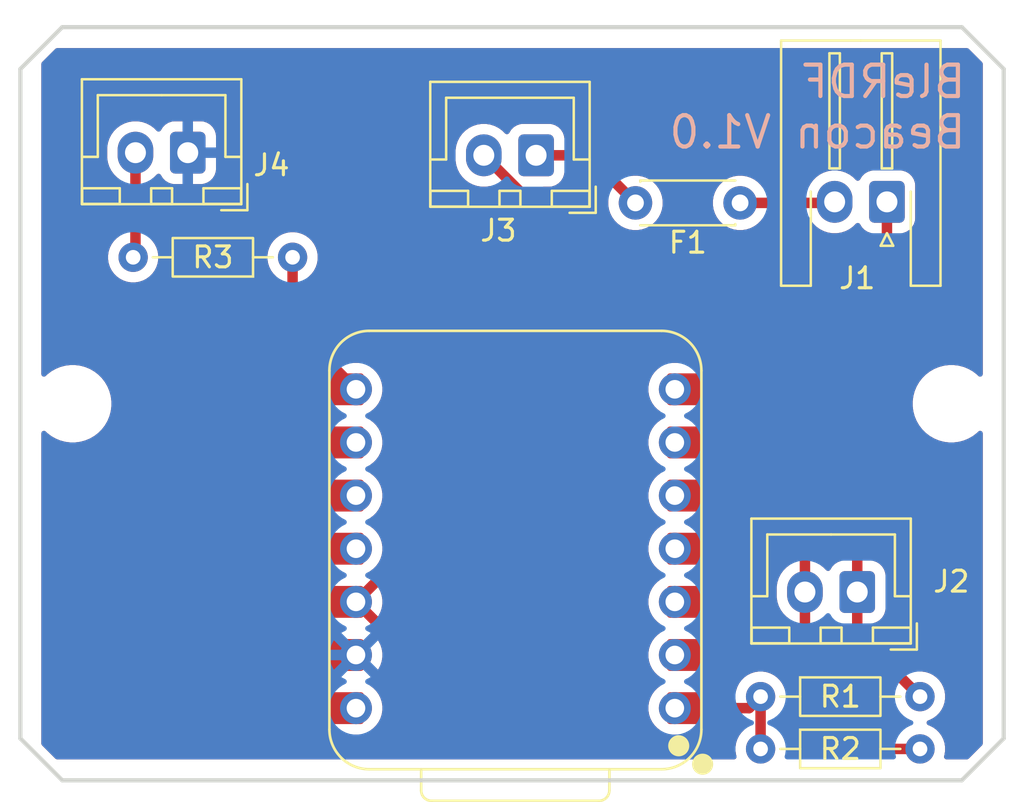
<source format=kicad_pcb>
(kicad_pcb (version 20241229) (generator "pcbnew") (generator_version "9.0")
  (layers (0 "F.Cu" signal) (2 "B.Cu" signal) (13 "F.Paste" user) (15 "B.Paste" user) (5 "F.SilkS" user "F.Silkscreen") (7 "B.SilkS" user "B.Silkscreen") (1 "F.Mask" user) (3 "B.Mask" user) (25 "Edge.Cuts" user))
  (net 0 "")
  (net 1 "Net-(J1-Pin_1)")
  (net 2 "Net-(J1-Pin_2)")
  (net 3 "Net-(U1-GPIO0{slash}A0{slash}D0)")
  (net 4 "Net-(J2-Pin_2)")
  (net 5 "Net-(U1-GPIO17{slash}D7{slash}RX)")
  (net 26 "VCC")
  (net 27 "GND")
  (net 28 "Net-(J4-Pin_2)")
  (net 29 "Net-(J3-Pin_1)")
  (footprint "MountingHole:MountingHole_3.2mm_M3" (layer "F.Cu") (at 94.5 68)
    (property "Reference" "H2" (hide yes))
    (property "Value" "MountingHole" (hide yes))
    (pad "" np_thru_hole circle (at 0 0) (size 3.2 3.2) (drill 3.2) (layers "*.Cu" "*.Mask"))
  )
  (footprint "Capacitor_THT:C_Disc_D4.3mm_W1.9mm_P5.00mm" (layer "F.Cu") (at 79.4 58.4)
    (property "Reference" "F1" (at 2.5 1.9 0) (layer "F.SilkS"))
    (property "Value" "Polyfuse_Small")
    (fp_line (start 0.23 -1.07) (end 4.77 -1.07) (stroke (width 0.12)) (layer "F.SilkS"))
    (fp_line (start 0.23 -1.014) (end 0.23 -1.07) (stroke (width 0.12)) (layer "F.SilkS"))
    (fp_line (start 4.77 1.014) (end 4.77 1.07) (stroke (width 0.12)) (layer "F.SilkS"))
    (fp_line (start 4.77 1.07) (end 0.23 1.07) (stroke (width 0.12)) (layer "F.SilkS"))
    (pad "1" thru_hole circle (at 0 0) (size 1.6 1.6) (drill 0.8) (layers "*.Cu" "*.Mask") (net 29 "Net-(J3-Pin_1)"))
    (pad "2" thru_hole circle (at 5 0) (size 1.6 1.6) (drill 0.8) (layers "*.Cu" "*.Mask") (net 2 "Net-(J1-Pin_2)"))
  )
  (footprint "Resistor_THT:R_Axial_DIN0204_L3.6mm_D1.6mm_P7.62mm_Horizontal" (layer "F.Cu") (at 85.38 82)
    (property "Reference" "R1" (at 3.81 0 0) (layer "F.SilkS"))
    (property "Value" "220k" (hide yes))
    (fp_line (start 0.94 0) (end 1.89 0) (stroke (width 0.12)) (layer "F.SilkS"))
    (fp_line (start 6.68 0) (end 5.73 0) (stroke (width 0.12)) (layer "F.SilkS"))
    (fp_rect (start 1.89 -0.92) (end 5.73 0.92) (stroke (width 0.12)) (fill no) (layer "F.SilkS"))
    (pad "1" thru_hole circle (at 0 0) (size 1.4 1.4) (drill 0.7) (layers "*.Cu" "*.Mask") (net 3 "Net-(U1-GPIO0{slash}A0{slash}D0)"))
    (pad "2" thru_hole circle (at 7.62 0) (size 1.4 1.4) (drill 0.7) (layers "*.Cu" "*.Mask") (net 1 "Net-(J1-Pin_1)"))
  )
  (footprint "Connector_JST:JST_XH_B2B-XH-A_1x02_P2.50mm_Vertical" (layer "F.Cu") (at 90 77 180)
    (property "Reference" "J2" (at -4.5 0.5 0) (layer "F.SilkS"))
    (property "Value" "Conn_01x02" (hide yes))
    (fp_line (start 5.06 3.51) (end 5.06 -2.46) (stroke (width 0.12)) (layer "F.SilkS"))
    (fp_line (start 5.06 -2.46) (end -2.56 -2.46) (stroke (width 0.12)) (layer "F.SilkS"))
    (fp_line (start 5.05 -0.2) (end 4.3 -0.2) (stroke (width 0.12)) (layer "F.SilkS"))
    (fp_line (start 5.05 -1.7) (end 5.05 -2.45) (stroke (width 0.12)) (layer "F.SilkS"))
    (fp_line (start 5.05 -2.45) (end 3.25 -2.45) (stroke (width 0.12)) (layer "F.SilkS"))
    (fp_line (start 4.3 2.75) (end 1.25 2.75) (stroke (width 0.12)) (layer "F.SilkS"))
    (fp_line (start 4.3 -0.2) (end 4.3 2.75) (stroke (width 0.12)) (layer "F.SilkS"))
    (fp_line (start 3.25 -1.7) (end 5.05 -1.7) (stroke (width 0.12)) (layer "F.SilkS"))
    (fp_line (start 3.25 -2.45) (end 3.25 -1.7) (stroke (width 0.12)) (layer "F.SilkS"))
    (fp_line (start 1.75 -1.7) (end 1.75 -2.45) (stroke (width 0.12)) (layer "F.SilkS"))
    (fp_line (start 1.75 -2.45) (end 0.75 -2.45) (stroke (width 0.12)) (layer "F.SilkS"))
    (fp_line (start 0.75 -1.7) (end 1.75 -1.7) (stroke (width 0.12)) (layer "F.SilkS"))
    (fp_line (start 0.75 -2.45) (end 0.75 -1.7) (stroke (width 0.12)) (layer "F.SilkS"))
    (fp_line (start -0.75 -1.7) (end -0.75 -2.45) (stroke (width 0.12)) (layer "F.SilkS"))
    (fp_line (start -0.75 -2.45) (end -2.55 -2.45) (stroke (width 0.12)) (layer "F.SilkS"))
    (fp_line (start -1.6 -2.75) (end -2.85 -2.75) (stroke (width 0.12)) (layer "F.SilkS"))
    (fp_line (start -1.8 2.75) (end 1.25 2.75) (stroke (width 0.12)) (layer "F.SilkS"))
    (fp_line (start -1.8 -0.2) (end -1.8 2.75) (stroke (width 0.12)) (layer "F.SilkS"))
    (fp_line (start -2.55 -0.2) (end -1.8 -0.2) (stroke (width 0.12)) (layer "F.SilkS"))
    (fp_line (start -2.55 -1.7) (end -0.75 -1.7) (stroke (width 0.12)) (layer "F.SilkS"))
    (fp_line (start -2.55 -2.45) (end -2.55 -1.7) (stroke (width 0.12)) (layer "F.SilkS"))
    (fp_line (start -2.56 3.51) (end 5.06 3.51) (stroke (width 0.12)) (layer "F.SilkS"))
    (fp_line (start -2.56 -2.46) (end -2.56 3.51) (stroke (width 0.12)) (layer "F.SilkS"))
    (fp_line (start -2.85 -2.75) (end -2.85 -1.5) (stroke (width 0.12)) (layer "F.SilkS"))
    (pad "1" thru_hole roundrect (at 0 0 180) (size 1.7 2) (drill 1) (layers "*.Cu" "*.Mask") (roundrect_rratio 0.147059) (net 1 "Net-(J1-Pin_1)"))
    (pad "2" thru_hole oval (at 2.5 0 180) (size 1.7 2) (drill 1) (layers "*.Cu" "*.Mask") (net 4 "Net-(J2-Pin_2)"))
  )
  (footprint "Connector_JST:JST_XH_B2B-XH-A_1x02_P2.50mm_Vertical" (layer "F.Cu") (at 58 56 180)
    (property "Reference" "J4" (at -4 -0.6 0) (layer "F.SilkS"))
    (property "Value" "Conn_01x02" (hide yes))
    (fp_line (start 5.06 3.51) (end 5.06 -2.46) (stroke (width 0.12)) (layer "F.SilkS"))
    (fp_line (start 5.06 -2.46) (end -2.56 -2.46) (stroke (width 0.12)) (layer "F.SilkS"))
    (fp_line (start 5.05 -0.2) (end 4.3 -0.2) (stroke (width 0.12)) (layer "F.SilkS"))
    (fp_line (start 5.05 -1.7) (end 5.05 -2.45) (stroke (width 0.12)) (layer "F.SilkS"))
    (fp_line (start 5.05 -2.45) (end 3.25 -2.45) (stroke (width 0.12)) (layer "F.SilkS"))
    (fp_line (start 4.3 2.75) (end 1.25 2.75) (stroke (width 0.12)) (layer "F.SilkS"))
    (fp_line (start 4.3 -0.2) (end 4.3 2.75) (stroke (width 0.12)) (layer "F.SilkS"))
    (fp_line (start 3.25 -1.7) (end 5.05 -1.7) (stroke (width 0.12)) (layer "F.SilkS"))
    (fp_line (start 3.25 -2.45) (end 3.25 -1.7) (stroke (width 0.12)) (layer "F.SilkS"))
    (fp_line (start 1.75 -1.7) (end 1.75 -2.45) (stroke (width 0.12)) (layer "F.SilkS"))
    (fp_line (start 1.75 -2.45) (end 0.75 -2.45) (stroke (width 0.12)) (layer "F.SilkS"))
    (fp_line (start 0.75 -1.7) (end 1.75 -1.7) (stroke (width 0.12)) (layer "F.SilkS"))
    (fp_line (start 0.75 -2.45) (end 0.75 -1.7) (stroke (width 0.12)) (layer "F.SilkS"))
    (fp_line (start -0.75 -1.7) (end -0.75 -2.45) (stroke (width 0.12)) (layer "F.SilkS"))
    (fp_line (start -0.75 -2.45) (end -2.55 -2.45) (stroke (width 0.12)) (layer "F.SilkS"))
    (fp_line (start -1.6 -2.75) (end -2.85 -2.75) (stroke (width 0.12)) (layer "F.SilkS"))
    (fp_line (start -1.8 2.75) (end 1.25 2.75) (stroke (width 0.12)) (layer "F.SilkS"))
    (fp_line (start -1.8 -0.2) (end -1.8 2.75) (stroke (width 0.12)) (layer "F.SilkS"))
    (fp_line (start -2.55 -0.2) (end -1.8 -0.2) (stroke (width 0.12)) (layer "F.SilkS"))
    (fp_line (start -2.55 -1.7) (end -0.75 -1.7) (stroke (width 0.12)) (layer "F.SilkS"))
    (fp_line (start -2.55 -2.45) (end -2.55 -1.7) (stroke (width 0.12)) (layer "F.SilkS"))
    (fp_line (start -2.56 3.51) (end 5.06 3.51) (stroke (width 0.12)) (layer "F.SilkS"))
    (fp_line (start -2.56 -2.46) (end -2.56 3.51) (stroke (width 0.12)) (layer "F.SilkS"))
    (fp_line (start -2.85 -2.75) (end -2.85 -1.5) (stroke (width 0.12)) (layer "F.SilkS"))
    (pad "1" thru_hole roundrect (at 0 0 180) (size 1.7 2) (drill 1) (layers "*.Cu" "*.Mask") (roundrect_rratio 0.147059) (net 27 "GND"))
    (pad "2" thru_hole oval (at 2.5 0 180) (size 1.7 2) (drill 1) (layers "*.Cu" "*.Mask") (net 28 "Net-(J4-Pin_2)"))
  )
  (footprint "Resistor_THT:R_Axial_DIN0204_L3.6mm_D1.6mm_P7.62mm_Horizontal" (layer "F.Cu") (at 63.01 61 180)
    (property "Reference" "R3" (at 3.81 0 0) (layer "F.SilkS"))
    (property "Value" "1k" (hide yes))
    (fp_line (start 6.68 0) (end 5.73 0) (stroke (width 0.12)) (layer "F.SilkS"))
    (fp_line (start 0.94 0) (end 1.89 0) (stroke (width 0.12)) (layer "F.SilkS"))
    (fp_rect (start 1.89 -0.92) (end 5.73 0.92) (stroke (width 0.12)) (fill no) (layer "F.SilkS"))
    (pad "1" thru_hole circle (at 0 0 180) (size 1.4 1.4) (drill 0.7) (layers "*.Cu" "*.Mask") (net 5 "Net-(U1-GPIO17{slash}D7{slash}RX)"))
    (pad "2" thru_hole circle (at 7.62 0 180) (size 1.4 1.4) (drill 0.7) (layers "*.Cu" "*.Mask") (net 28 "Net-(J4-Pin_2)"))
  )
  (footprint "Resistor_THT:R_Axial_DIN0204_L3.6mm_D1.6mm_P7.62mm_Horizontal" (layer "F.Cu") (at 85.38 84.5)
    (property "Reference" "R2" (at 3.81 0 0) (layer "F.SilkS"))
    (property "Value" "220k" (hide yes))
    (fp_line (start 0.94 0) (end 1.89 0) (stroke (width 0.12)) (layer "F.SilkS"))
    (fp_line (start 6.68 0) (end 5.73 0) (stroke (width 0.12)) (layer "F.SilkS"))
    (fp_rect (start 1.89 -0.92) (end 5.73 0.92) (stroke (width 0.12)) (fill no) (layer "F.SilkS"))
    (pad "1" thru_hole circle (at 0 0) (size 1.4 1.4) (drill 0.7) (layers "*.Cu" "*.Mask") (net 3 "Net-(U1-GPIO0{slash}A0{slash}D0)"))
    (pad "2" thru_hole circle (at 7.62 0) (size 1.4 1.4) (drill 0.7) (layers "*.Cu" "*.Mask") (net 4 "Net-(J2-Pin_2)"))
  )
  (footprint "Seeed Studio XIAO Series Library:XIAO-ESP32C6-DIP" (layer "F.Cu") (at 73.615 74.93 180)
    (property "Reference" "U1" (hide yes))
    (property "Value" "XIAO-ESP32-C6")
    (fp_line (start 8.845 8.509) (end 8.845 -8.636) (stroke (width 0.127)) (layer "F.SilkS"))
    (fp_line (start 6.94 -10.541) (end -7.03 -10.541) (stroke (width 0.1)) (layer "F.SilkS"))
    (fp_line (start 6.94 -10.541) (end -7.03 -10.541) (stroke (width 0.127)) (layer "F.SilkS"))
    (fp_line (start 4.459 -11.551) (end 4.459 -10.541) (stroke (width 0.127)) (layer "F.SilkS"))
    (fp_line (start -4.036272 -12.051) (end 3.959 -12.051) (stroke (width 0.127)) (layer "F.SilkS"))
    (fp_line (start -4.54 -10.541) (end -4.536272 -11.551272) (stroke (width 0.127)) (layer "F.SilkS"))
    (fp_line (start -7.03 10.414) (end 6.94 10.414) (stroke (width 0.127)) (layer "F.SilkS"))
    (fp_line (start -8.935 8.509) (end -8.935 -8.636) (stroke (width 0.127)) (layer "F.SilkS"))
    (fp_arc (start 8.845 8.509) (mid 8.287038 9.856038) (end 6.94 10.414) (stroke (width 0.127)) (layer "F.SilkS"))
    (fp_arc (start 6.94 -10.541) (mid 8.287038 -9.983038) (end 8.845 -8.636) (stroke (width 0.127)) (layer "F.SilkS"))
    (fp_arc (start 3.959 -12.051) (mid 4.312553 -11.904553) (end 4.459 -11.551) (stroke (width 0.127)) (layer "F.SilkS"))
    (fp_arc (start -4.536272 -11.551272) (mid -4.389728 -11.90464) (end -4.036272 -12.051) (stroke (width 0.127)) (layer "F.SilkS"))
    (fp_arc (start -7.03 10.414) (mid -8.377038 9.856038) (end -8.935 8.509) (stroke (width 0.127)) (layer "F.SilkS"))
    (fp_arc (start -8.935 -8.636) (mid -8.377038 -9.983038) (end -7.03 -10.541) (stroke (width 0.127)) (layer "F.SilkS"))
    (fp_circle (center -7.852 -9.42) (end -7.852 -9.674) (stroke (width 0.5)) (fill yes) (layer "F.SilkS"))
    (fp_circle (center -8.995 -10.3) (end -8.995 -10.554) (stroke (width 0.5)) (fill yes) (layer "F.SilkS"))
    (pad "1" smd roundrect (at -8.5 -7.62) (size 2.432 1.524) (layers "F.Cu" "F.Mask") (roundrect_rratio 0.1) (net 3 "Net-(U1-GPIO0{slash}A0{slash}D0)"))
    (pad "1" thru_hole circle (at -7.665 -7.62) (size 1.524 1.524) (drill 0.889) (layers "*.Cu" "*.Mask") (net 3 "Net-(U1-GPIO0{slash}A0{slash}D0)"))
    (pad "2" smd roundrect (at -8.5 -5.08) (size 2.432 1.524) (layers "F.Cu" "F.Mask") (roundrect_rratio 0.1))
    (pad "2" thru_hole circle (at -7.665 -5.08) (size 1.524 1.524) (drill 0.889) (layers "*.Cu" "*.Mask"))
    (pad "3" smd roundrect (at -8.5 -2.54) (size 2.432 1.524) (layers "F.Cu" "F.Mask") (roundrect_rratio 0.1))
    (pad "3" thru_hole circle (at -7.665 -2.54) (size 1.524 1.524) (drill 0.889) (layers "*.Cu" "*.Mask"))
    (pad "4" smd roundrect (at -8.5 0) (size 2.432 1.524) (layers "F.Cu" "F.Mask") (roundrect_rratio 0.1))
    (pad "4" thru_hole circle (at -7.665 0) (size 1.524 1.524) (drill 0.889) (layers "*.Cu" "*.Mask"))
    (pad "5" smd roundrect (at -8.5 2.54) (size 2.432 1.524) (layers "F.Cu" "F.Mask") (roundrect_rratio 0.1))
    (pad "5" thru_hole circle (at -7.665 2.54) (size 1.524 1.524) (drill 0.889) (layers "*.Cu" "*.Mask"))
    (pad "6" smd roundrect (at -8.5 5.08) (size 2.432 1.524) (layers "F.Cu" "F.Mask") (roundrect_rratio 0.1))
    (pad "6" thru_hole circle (at -7.665 5.08) (size 1.524 1.524) (drill 0.889) (layers "*.Cu" "*.Mask"))
    (pad "7" smd roundrect (at -8.5 7.62) (size 2.432 1.524) (layers "F.Cu" "F.Mask") (roundrect_rratio 0.1))
    (pad "7" thru_hole circle (at -7.665 7.62) (size 1.524 1.524) (drill 0.889) (layers "*.Cu" "*.Mask"))
    (pad "8" thru_hole circle (at 7.575 7.62 180) (size 1.524 1.524) (drill 0.889) (layers "*.Cu" "*.Mask") (net 5 "Net-(U1-GPIO17{slash}D7{slash}RX)"))
    (pad "8" smd roundrect (at 8.41 7.62 180) (size 2.432 1.524) (layers "F.Cu" "F.Mask") (roundrect_rratio 0.1) (net 5 "Net-(U1-GPIO17{slash}D7{slash}RX)"))
    (pad "9" thru_hole circle (at 7.575 5.08 180) (size 1.524 1.524) (drill 0.889) (layers "*.Cu" "*.Mask"))
    (pad "9" smd roundrect (at 8.41 5.08 180) (size 2.432 1.524) (layers "F.Cu" "F.Mask") (roundrect_rratio 0.1))
    (pad "10" thru_hole circle (at 7.575 2.54 180) (size 1.524 1.524) (drill 0.889) (layers "*.Cu" "*.Mask"))
    (pad "10" smd roundrect (at 8.41 2.54 180) (size 2.432 1.524) (layers "F.Cu" "F.Mask") (roundrect_rratio 0.1))
    (pad "11" thru_hole circle (at 7.575 0 180) (size 1.524 1.524) (drill 0.889) (layers "*.Cu" "*.Mask"))
    (pad "11" smd roundrect (at 8.41 0 180) (size 2.432 1.524) (layers "F.Cu" "F.Mask") (roundrect_rratio 0.1))
    (pad "12" thru_hole circle (at 7.575 -2.54 180) (size 1.524 1.524) (drill 0.889) (layers "*.Cu" "*.Mask") (net 26 "VCC"))
    (pad "12" smd roundrect (at 8.41 -2.54 180) (size 2.432 1.524) (layers "F.Cu" "F.Mask") (roundrect_rratio 0.1) (net 26 "VCC"))
    (pad "13" thru_hole circle (at 7.575 -5.08 180) (size 1.524 1.524) (drill 0.889) (layers "*.Cu" "*.Mask") (net 27 "GND"))
    (pad "13" smd roundrect (at 8.41 -5.08 180) (size 2.432 1.524) (layers "F.Cu" "F.Mask") (roundrect_rratio 0.1) (net 27 "GND"))
    (pad "14" thru_hole circle (at 7.575 -7.62 180) (size 1.524 1.524) (drill 0.889) (layers "*.Cu" "*.Mask"))
    (pad "14" smd roundrect (at 8.41 -7.62 180) (size 2.432 1.524) (layers "F.Cu" "F.Mask") (roundrect_rratio 0.1))
  )
  (footprint "Connector_JST:JST_XH_B2B-XH-A_1x02_P2.50mm_Vertical" (layer "F.Cu") (at 74.65 56.125 180)
    (property "Reference" "J3" (at 1.8 -3.6 0) (layer "F.SilkS"))
    (property "Value" "Conn_01x02" (hide yes))
    (fp_line (start 5.06 3.51) (end 5.06 -2.46) (stroke (width 0.12)) (layer "F.SilkS"))
    (fp_line (start 5.06 -2.46) (end -2.56 -2.46) (stroke (width 0.12)) (layer "F.SilkS"))
    (fp_line (start 5.05 -0.2) (end 4.3 -0.2) (stroke (width 0.12)) (layer "F.SilkS"))
    (fp_line (start 5.05 -1.7) (end 5.05 -2.45) (stroke (width 0.12)) (layer "F.SilkS"))
    (fp_line (start 5.05 -2.45) (end 3.25 -2.45) (stroke (width 0.12)) (layer "F.SilkS"))
    (fp_line (start 4.3 2.75) (end 1.25 2.75) (stroke (width 0.12)) (layer "F.SilkS"))
    (fp_line (start 4.3 -0.2) (end 4.3 2.75) (stroke (width 0.12)) (layer "F.SilkS"))
    (fp_line (start 3.25 -1.7) (end 5.05 -1.7) (stroke (width 0.12)) (layer "F.SilkS"))
    (fp_line (start 3.25 -2.45) (end 3.25 -1.7) (stroke (width 0.12)) (layer "F.SilkS"))
    (fp_line (start 1.75 -1.7) (end 1.75 -2.45) (stroke (width 0.12)) (layer "F.SilkS"))
    (fp_line (start 1.75 -2.45) (end 0.75 -2.45) (stroke (width 0.12)) (layer "F.SilkS"))
    (fp_line (start 0.75 -1.7) (end 1.75 -1.7) (stroke (width 0.12)) (layer "F.SilkS"))
    (fp_line (start 0.75 -2.45) (end 0.75 -1.7) (stroke (width 0.12)) (layer "F.SilkS"))
    (fp_line (start -0.75 -1.7) (end -0.75 -2.45) (stroke (width 0.12)) (layer "F.SilkS"))
    (fp_line (start -0.75 -2.45) (end -2.55 -2.45) (stroke (width 0.12)) (layer "F.SilkS"))
    (fp_line (start -1.6 -2.75) (end -2.85 -2.75) (stroke (width 0.12)) (layer "F.SilkS"))
    (fp_line (start -1.8 2.75) (end 1.25 2.75) (stroke (width 0.12)) (layer "F.SilkS"))
    (fp_line (start -1.8 -0.2) (end -1.8 2.75) (stroke (width 0.12)) (layer "F.SilkS"))
    (fp_line (start -2.55 -0.2) (end -1.8 -0.2) (stroke (width 0.12)) (layer "F.SilkS"))
    (fp_line (start -2.55 -1.7) (end -0.75 -1.7) (stroke (width 0.12)) (layer "F.SilkS"))
    (fp_line (start -2.55 -2.45) (end -2.55 -1.7) (stroke (width 0.12)) (layer "F.SilkS"))
    (fp_line (start -2.56 3.51) (end 5.06 3.51) (stroke (width 0.12)) (layer "F.SilkS"))
    (fp_line (start -2.56 -2.46) (end -2.56 3.51) (stroke (width 0.12)) (layer "F.SilkS"))
    (fp_line (start -2.85 -2.75) (end -2.85 -1.5) (stroke (width 0.12)) (layer "F.SilkS"))
    (pad "1" thru_hole roundrect (at 0 0 180) (size 1.7 2) (drill 1) (layers "*.Cu" "*.Mask") (roundrect_rratio 0.147059) (net 29 "Net-(J3-Pin_1)"))
    (pad "2" thru_hole oval (at 2.5 0 180) (size 1.7 2) (drill 1) (layers "*.Cu" "*.Mask") (net 4 "Net-(J2-Pin_2)"))
  )
  (footprint "Connector_JST:JST_XH_S2B-XH-A-1_1x02_P2.50mm_Horizontal" (layer "F.Cu") (at 91.42 58.35 180)
    (property "Reference" "J1" (at 1.42 -3.65 0) (layer "F.SilkS"))
    (property "Value" "Conn_01x02")
    (fp_line (start 5.06 7.71) (end 5.06 -4.01) (stroke (width 0.12)) (layer "F.SilkS"))
    (fp_line (start 5.06 -4.01) (end 3.64 -4.01) (stroke (width 0.12)) (layer "F.SilkS"))
    (fp_line (start 3.64 -4.01) (end 3.64 0.49) (stroke (width 0.12)) (layer "F.SilkS"))
    (fp_line (start 2.75 7.1) (end 2.75 1.6) (stroke (width 0.12)) (layer "F.SilkS"))
    (fp_line (start 2.75 1.6) (end 2.25 1.6) (stroke (width 0.12)) (layer "F.SilkS"))
    (fp_line (start 2.25 7.1) (end 2.75 7.1) (stroke (width 0.12)) (layer "F.SilkS"))
    (fp_line (start 2.25 1.6) (end 2.25 7.1) (stroke (width 0.12)) (layer "F.SilkS"))
    (fp_line (start 1.25 7.71) (end 5.06 7.71) (stroke (width 0.12)) (layer "F.SilkS"))
    (fp_line (start 1.25 7.71) (end -2.56 7.71) (stroke (width 0.12)) (layer "F.SilkS"))
    (fp_line (start 0.3 -2.1) (end 0 -1.5) (stroke (width 0.12)) (layer "F.SilkS"))
    (fp_line (start 0.25 7.1) (end 0.25 1.6) (stroke (width 0.12)) (layer "F.SilkS"))
    (fp_line (start 0.25 1.6) (end -0.25 1.6) (stroke (width 0.12)) (layer "F.SilkS"))
    (fp_line (start 0 -1.5) (end -0.3 -2.1) (stroke (width 0.12)) (layer "F.SilkS"))
    (fp_line (start -0.25 7.1) (end 0.25 7.1) (stroke (width 0.12)) (layer "F.SilkS"))
    (fp_line (start -0.25 1.6) (end -0.25 7.1) (stroke (width 0.12)) (layer "F.SilkS"))
    (fp_line (start -0.3 -2.1) (end 0.3 -2.1) (stroke (width 0.12)) (layer "F.SilkS"))
    (fp_line (start -1.14 -4.01) (end -1.14 0.49) (stroke (width 0.12)) (layer "F.SilkS"))
    (fp_line (start -2.56 7.71) (end -2.56 -4.01) (stroke (width 0.12)) (layer "F.SilkS"))
    (fp_line (start -2.56 -4.01) (end -1.14 -4.01) (stroke (width 0.12)) (layer "F.SilkS"))
    (pad "1" thru_hole roundrect (at 0 0 180) (size 1.7 2) (drill 1) (layers "*.Cu" "*.Mask") (roundrect_rratio 0.147059) (net 1 "Net-(J1-Pin_1)"))
    (pad "2" thru_hole oval (at 2.5 0 180) (size 1.7 2) (drill 1) (layers "*.Cu" "*.Mask") (net 2 "Net-(J1-Pin_2)"))
  )
  (footprint "MountingHole:MountingHole_3.2mm_M3" (layer "F.Cu") (at 52.5 68)
    (property "Reference" "H1" (hide yes))
    (property "Value" "MountingHole" (hide yes))
    (pad "" np_thru_hole circle (at 0 0) (size 3.2 3.2) (drill 3.2) (layers "*.Cu" "*.Mask"))
  )
  (gr_line (start 50 84) (end 52 86) (stroke (width 0.2)) (layer "Edge.Cuts"))
  (gr_line (start 52 86) (end 95 86) (stroke (width 0.2)) (layer "Edge.Cuts"))
  (gr_line (start 95 86) (end 97 84) (stroke (width 0.2)) (layer "Edge.Cuts"))
  (gr_line (start 95 50) (end 52 50) (stroke (width 0.2)) (layer "Edge.Cuts"))
  (gr_line (start 50 52) (end 50 84) (stroke (width 0.2)) (layer "Edge.Cuts"))
  (gr_line (start 97 52) (end 95 50) (stroke (width 0.2)) (layer "Edge.Cuts"))
  (gr_line (start 52 50) (end 50 52) (stroke (width 0.2)) (layer "Edge.Cuts"))
  (gr_line (start 97 84) (end 97 52) (stroke (width 0.2)) (layer "Edge.Cuts"))
  (gr_text "BleRDF\nBeacon V1.0" (at 95.3 55.9 0) (layer "B.SilkS") (effects (font (size 1.5 1.5) (thickness 0.2)) (justify left bottom mirror)))
  (segment (start 90 65) (end 90 77) (width 0.5) (layer "F.Cu") (net 1))
  (segment (start 91.42 58.35) (end 91.42 63.58) (width 0.5) (layer "F.Cu") (net 1))
  (segment (start 90 77) (end 90 79) (width 0.5) (layer "F.Cu") (net 1))
  (segment (start 90 79) (end 93 82) (width 0.5) (layer "F.Cu") (net 1))
  (segment (start 91.42 63.58) (end 90 65) (width 0.5) (layer "F.Cu") (net 1))
  (segment (start 88.77 58.5) (end 88.92 58.35) (width 0.5) (layer "F.Cu") (net 2))
  (segment (start 84.4 58.4) (end 88.87 58.4) (width 0.5) (layer "F.Cu") (net 2))
  (segment (start 88.87 58.4) (end 88.92 58.35) (width 0.5) (layer "F.Cu") (net 2))
  (segment (start 85.38 82) (end 85 82) (width 0.5) (layer "F.Cu") (net 3))
  (segment (start 84.83 82.55) (end 85.38 82) (width 0.5) (layer "F.Cu") (net 3))
  (segment (start 81.28 82.55) (end 84.83 82.55) (width 0.5) (layer "F.Cu") (net 3))
  (segment (start 85.38 82) (end 85.38 84.5) (width 0.5) (layer "F.Cu") (net 3))
  (segment (start 79.025 63) (end 85.6 63) (width 0.5) (layer "F.Cu") (net 4))
  (segment (start 72.15 56.125) (end 79.025 63) (width 0.5) (layer "F.Cu") (net 4))
  (segment (start 87.5 64.9) (end 85.6 63) (width 0.5) (layer "F.Cu") (net 4))
  (segment (start 93 84.5) (end 89 84.5) (width 0.5) (layer "F.Cu") (net 4))
  (segment (start 87.5 77) (end 87.5 64.9) (width 0.5) (layer "F.Cu") (net 4))
  (segment (start 87.5 83) (end 87.5 77) (width 0.5) (layer "F.Cu") (net 4))
  (segment (start 89 84.5) (end 87.5 83) (width 0.5) (layer "F.Cu") (net 4))
  (segment (start 63.01 64.28) (end 66.04 67.31) (width 0.5) (layer "F.Cu") (net 5))
  (segment (start 63.01 61) (end 63.01 64.28) (width 0.5) (layer "F.Cu") (net 5))
  (segment (start 66.04 67.19) (end 66.04 67.31) (width 0.5) (layer "B.Cu") (net 5))
  (segment (start 63.01 80.01) (end 59.5 76.5) (width 0.5) (layer "B.Cu") (net 27))
  (segment (start 66.04 80.01) (end 63.01 80.01) (width 0.5) (layer "B.Cu") (net 27))
  (segment (start 55.5 56) (end 55.5 60.89) (width 0.5) (layer "F.Cu") (net 28))
  (segment (start 55.5 60.89) (end 55.39 61) (width 0.5) (layer "F.Cu") (net 28))
  (segment (start 77.125 56.125) (end 79.4 58.4) (width 0.5) (layer "F.Cu") (net 29))
  (segment (start 74.65 56.125) (end 77.125 56.125) (width 0.5) (layer "F.Cu") (net 29))
  (zone (net 26) (net_name "VCC") (layer "F.Cu") (connect_pads (clearance 0.5)) (min_thickness 0.25) (fill yes (thermal_gap 0.5) (thermal_bridge_width 0.5))
    (polygon (pts (xy 51 51) (xy 96 51) (xy 96 85) (xy 51 85)))
  )
  (zone (net 27) (net_name "GND") (layer "B.Cu") (priority 1) (connect_pads (clearance 0.5)) (min_thickness 0.25) (fill yes (thermal_gap 0.5) (thermal_bridge_width 0.5))
    (polygon (pts (xy 51 51) (xy 96 51) (xy 96 85) (xy 51 85)))
  )
)
</source>
